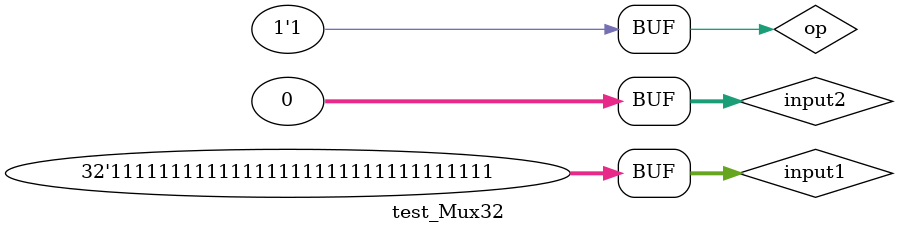
<source format=v>
`timescale 1ns / 1ps

module test_Mux32;
  reg [31:0] input1;
  reg [31:0] input2;
  reg op;
  wire [31:0] out;

  Mux32 u1 (
      .input1(input1),
      .input2(input2),
      .op(op),
      .out(out)
  );

  initial begin
    input1 = 32'hAAAA_AAAA;
    input2 = 32'h5555_5555;
    op = 0;
    #10;
    input1 = 32'hAAAA_AAAA;
    input2 = 32'h5555_5555;
    op = 1;
    #10;
    input1 = 32'hFFFF_FFFF;
    input2 = 32'h0000_0000;
    op = 0;
    #10;
    input1 = 32'hFFFF_FFFF;
    input2 = 32'h0000_0000;
    op = 1;
    #10;
  end
endmodule

</source>
